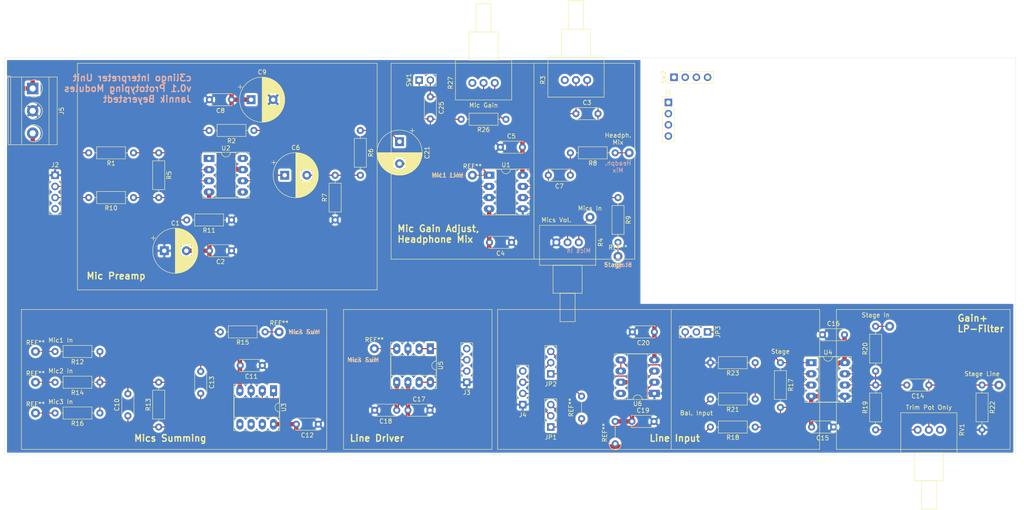
<source format=kicad_pcb>
(kicad_pcb (version 20171130) (host pcbnew "(5.1.7-0-10_14)")
  (layers (0 F.Cu signal) (31 B.Cu signal) (34 B.Paste user) (35 F.Paste user) (36 B.SilkS user) (37 F.SilkS user) (38 B.Mask user) (39 F.Mask user) (44 Edge.Cuts user))
  (net 0 "")
  (net 1 GNDREF)
  (net 2 -15V)
  (net 3 "Net-(C3-Pad2)")
  (net 4 "Net-(C3-Pad1)")
  (net 5 +15V)
  (net 6 "Net-(C6-Pad2)")
  (net 7 "Net-(C6-Pad1)")
  (net 8 "Net-(C7-Pad1)")
  (net 9 "Net-(C10-Pad2)")
  (net 10 "Net-(C10-Pad1)")
  (net 11 "Net-(C13-Pad1)")
  (net 12 Stage)
  (net 13 "Net-(C14-Pad2)")
  (net 14 "Net-(C21-Pad1)")
  (net 15 "Net-(C21-Pad2)")
  (net 16 Mic1)
  (net 17 "Net-(J2-Pad3)")
  (net 18 "Net-(J2-Pad2)")
  (net 19 "Net-(J3-Pad2)")
  (net 20 "Net-(J3-Pad3)")
  (net 21 "Net-(J4-Pad3)")
  (net 22 "Net-(J4-Pad2)")
  (net 23 "Net-(JP1-Pad3)")
  (net 24 "Net-(JP1-Pad1)")
  (net 25 "Net-(JP2-Pad1)")
  (net 26 "Net-(JP2-Pad3)")
  (net 27 "Net-(JP3-Pad1)")
  (net 28 "Net-(JP3-Pad2)")
  (net 29 "Net-(JP3-Pad3)")
  (net 30 "Net-(R1-Pad1)")
  (net 31 MicSum)
  (net 32 "Net-(R10-Pad1)")
  (net 33 "Net-(R17-Pad2)")
  (net 34 "Net-(R19-Pad1)")
  (net 35 "Net-(R21-Pad1)")
  (net 36 "Net-(R26-Pad1)")
  (module TestPoint:TestPoint_THTPad_D2.0mm_Drill1.0mm (layer F.Cu) (at 219.71 74.295)
    (fp_text reference REF** hide)
    (fp_text value TestPoint_THTPad_D2.0mm_Drill1.0mm hide)
    (pad 1 thru_hole circle (at 0 0) (size 2 2) (drill 1) (layers *.Cu *.Mask) (net 28 "Net-(JP3-Pad2)"))
  )
  (module Resistor_THT:R_Axial_DIN0207_L6.3mm_D2.5mm_P5.08mm_Vertical (layer F.Cu) (at 149.86 95.25 90)
    (fp_text reference REF** (at 2.54 -2.37 90) (layer F.SilkS))
    (fp_text value R_Axial_DIN0207_L6.3mm_D2.5mm_P5.08mm_Vertical hide)
    (pad 1 thru_hole circle (at 0 0 90) (size 1.6 1.6) (drill 0.8) (layers *.Cu *.Mask) (net 25 "Net-(JP2-Pad1)"))
    (pad 2 thru_hole oval (at 5.08 0 90) (size 1.6 1.6) (drill 0.8) (layers *.Cu *.Mask) (net 25 "Net-(JP2-Pad1)"))
  )
  (module Resistor_THT:R_Axial_DIN0207_L6.3mm_D2.5mm_P5.08mm_Vertical (layer F.Cu) (at 157.48 100.965 90)
    (fp_text reference REF** (at 2.54 -2.37 90) (layer F.SilkS))
    (fp_text value R_Axial_DIN0207_L6.3mm_D2.5mm_P5.08mm_Vertical hide)
    (pad 2 thru_hole oval (at 5.08 0 90) (size 1.6 1.6) (drill 0.8) (layers *.Cu *.Mask) (net 5 +15V))
    (pad 1 thru_hole circle (at 0 0 90) (size 1.6 1.6) (drill 0.8) (layers *.Cu *.Mask) (net 5 +15V))
  )
  (module TestPoint:TestPoint_THTPad_D2.0mm_Drill1.0mm (layer F.Cu) (at 102.87 79.375)
    (fp_text reference REF** (at 0 -1.998) (layer F.SilkS))
    (fp_text value "")
    (pad 1 thru_hole circle (at 0 0) (size 2 2) (drill 1) (layers *.Cu *.Mask) (net 31 MicSum))
  )
  (module TestPoint:TestPoint_THTPad_D2.0mm_Drill1.0mm (layer F.Cu) (at 81.28 75.565)
    (fp_text reference REF** (at 0 -1.998) (layer F.SilkS))
    (fp_text value "")
    (pad 1 thru_hole circle (at 0 0) (size 2 2) (drill 1) (layers *.Cu *.Mask) (net 31 MicSum))
  )
  (module TestPoint:TestPoint_THTPad_D2.0mm_Drill1.0mm (layer F.Cu) (at 160.655 34.925)
    (fp_text reference "" (at 0 -1.998) (layer F.SilkS))
    (fp_text value "")
    (pad 1 thru_hole circle (at 0 0) (size 2 2) (drill 1) (layers *.Cu *.Mask))
  )
  (module TestPoint:TestPoint_THTPad_D2.0mm_Drill1.0mm (layer F.Cu) (at 151.765 49.53)
    (fp_text reference "Mics In" (at 0 -1.998) (layer F.SilkS))
    (fp_text value "")
    (pad 1 thru_hole circle (at 0 0) (size 2 2) (drill 1) (layers *.Cu *.Mask) (net 31 MicSum))
  )
  (module TestPoint:TestPoint_THTPad_D2.0mm_Drill1.0mm (layer F.Cu) (at 125.095 40.005)
    (fp_text reference REF** (at 0 -1.998) (layer F.SilkS))
    (fp_text value TestPoint_THTPad_D2.0mm_Drill1.0mm)
    (pad 1 thru_hole circle (at 0 0) (size 2 2) (drill 1) (layers *.Cu *.Mask) (net 16 Mic1))
  )
  (module TestPoint:TestPoint_THTPad_D2.0mm_Drill1.0mm (layer F.Cu) (at 158.115 58.42)
    (fp_text reference REF** (at 0 -1.998) (layer F.SilkS))
    (fp_text value "")
    (pad 1 thru_hole circle (at 0 0) (size 2 2) (drill 1) (layers *.Cu *.Mask) (net 12 Stage))
  )
  (module TestPoint:TestPoint_THTPad_D2.0mm_Drill1.0mm (layer F.Cu) (at 244.475 87.63)
    (fp_text reference REF** hide)
    (fp_text value TestPoint_THTPad_D2.0mm_Drill1.0mm hide)
    (pad 1 thru_hole circle (at 0 0) (size 2 2) (drill 1) (layers *.Cu *.Mask) (net 12 Stage))
  )
  (module TestPoint:TestPoint_THTPad_D2.0mm_Drill1.0mm (layer F.Cu) (at 26.035 93.98)
    (fp_text reference REF** (at 0 -1.998) (layer F.SilkS))
    (fp_text value "")
    (pad 1 thru_hole circle (at 0 0) (size 2 2) (drill 1) (layers *.Cu *.Mask))
  )
  (module TestPoint:TestPoint_THTPad_D2.0mm_Drill1.0mm (layer F.Cu) (at 26.035 80.01)
    (fp_text reference REF** (at 0 -1.998) (layer F.SilkS))
    (fp_text value "")
    (pad 1 thru_hole circle (at 0 0) (size 2 2) (drill 1) (layers *.Cu *.Mask) (net 16 Mic1))
  )
  (module TestPoint:TestPoint_THTPad_D2.0mm_Drill1.0mm (layer F.Cu) (at 26.035 86.995)
    (fp_text reference REF** (at 0 -1.998) (layer F.SilkS))
    (fp_text value "")
    (pad 1 thru_hole circle (at 0 0) (size 2 2) (drill 1) (layers *.Cu *.Mask))
  )
  (module Package_DIP:DIP-8_W7.62mm_Socket_LongPads (layer F.Cu) (at 80.01 88.9 270)
    (fp_text reference U3 (at 3.81 -2.33 90) (layer F.SilkS))
    (fp_text value LM833N)
    (pad 1 thru_hole rect (at 0 0 270) (size 2.4 1.6) (drill 0.8) (layers *.Cu *.Mask) (net 10 "Net-(C10-Pad1)"))
    (pad 5 thru_hole oval (at 7.62 7.62 270) (size 2.4 1.6) (drill 0.8) (layers *.Cu *.Mask))
    (pad 2 thru_hole oval (at 0 2.54 270) (size 2.4 1.6) (drill 0.8) (layers *.Cu *.Mask) (net 9 "Net-(C10-Pad2)"))
    (pad 6 thru_hole oval (at 7.62 5.08 270) (size 2.4 1.6) (drill 0.8) (layers *.Cu *.Mask))
    (pad 3 thru_hole oval (at 0 5.08 270) (size 2.4 1.6) (drill 0.8) (layers *.Cu *.Mask) (net 1 GNDREF))
    (pad 7 thru_hole oval (at 7.62 2.54 270) (size 2.4 1.6) (drill 0.8) (layers *.Cu *.Mask))
    (pad 4 thru_hole oval (at 0 7.62 270) (size 2.4 1.6) (drill 0.8) (layers *.Cu *.Mask) (net 2 -15V))
    (pad 8 thru_hole oval (at 7.62 0 270) (size 2.4 1.6) (drill 0.8) (layers *.Cu *.Mask) (net 5 +15V))
  )
  (module Capacitor_THT:CP_Radial_D10.0mm_P5.00mm (layer F.Cu) (at 55.245 57.15)
    (fp_text reference C1 (at 2.5 -6.25) (layer F.SilkS))
    (fp_text value 100uF)
    (pad 1 thru_hole rect (at 0 0) (size 2 2) (drill 1) (layers *.Cu *.Mask) (net 1 GNDREF))
    (pad 2 thru_hole circle (at 5 0) (size 2 2) (drill 1) (layers *.Cu *.Mask) (net 2 -15V))
  )
  (module Capacitor_THT:C_Disc_D5.0mm_W2.5mm_P5.00mm (layer F.Cu) (at 70.485 57.15 180)
    (fp_text reference C2 (at 2.5 -2.5) (layer F.SilkS))
    (fp_text value 100nF)
    (pad 2 thru_hole circle (at 5 0 180) (size 1.6 1.6) (drill 0.8) (layers *.Cu *.Mask) (net 2 -15V))
    (pad 1 thru_hole circle (at 0 0 180) (size 1.6 1.6) (drill 0.8) (layers *.Cu *.Mask) (net 1 GNDREF))
  )
  (module Capacitor_THT:C_Disc_D5.0mm_W2.5mm_P5.00mm (layer F.Cu) (at 148.59 26.035)
    (fp_text reference C3 (at 2.5 -2.5) (layer F.SilkS))
    (fp_text value 22pF)
    (pad 2 thru_hole circle (at 5 0) (size 1.6 1.6) (drill 0.8) (layers *.Cu *.Mask) (net 3 "Net-(C3-Pad2)"))
    (pad 1 thru_hole circle (at 0 0) (size 1.6 1.6) (drill 0.8) (layers *.Cu *.Mask) (net 4 "Net-(C3-Pad1)"))
  )
  (module Capacitor_THT:C_Disc_D5.0mm_W2.5mm_P5.00mm (layer F.Cu) (at 133.985 55.245 180)
    (fp_text reference C4 (at 2.5 -2.5) (layer F.SilkS))
    (fp_text value 100nF)
    (pad 2 thru_hole circle (at 5 0 180) (size 1.6 1.6) (drill 0.8) (layers *.Cu *.Mask) (net 2 -15V))
    (pad 1 thru_hole circle (at 0 0 180) (size 1.6 1.6) (drill 0.8) (layers *.Cu *.Mask) (net 1 GNDREF))
  )
  (module Capacitor_THT:C_Disc_D5.0mm_W2.5mm_P5.00mm (layer F.Cu) (at 131.445 33.655)
    (fp_text reference C5 (at 2.5 -2.5) (layer F.SilkS))
    (fp_text value 100nF)
    (pad 1 thru_hole circle (at 0 0) (size 1.6 1.6) (drill 0.8) (layers *.Cu *.Mask) (net 1 GNDREF))
    (pad 2 thru_hole circle (at 5 0) (size 1.6 1.6) (drill 0.8) (layers *.Cu *.Mask) (net 5 +15V))
  )
  (module Capacitor_THT:CP_Radial_D10.0mm_P5.00mm (layer F.Cu) (at 82.55 40.005)
    (fp_text reference C6 (at 2.5 -6.25) (layer F.SilkS))
    (fp_text value 10uF)
    (pad 2 thru_hole circle (at 5 0) (size 2 2) (drill 1) (layers *.Cu *.Mask) (net 6 "Net-(C6-Pad2)"))
    (pad 1 thru_hole rect (at 0 0) (size 2 2) (drill 1) (layers *.Cu *.Mask) (net 7 "Net-(C6-Pad1)"))
  )
  (module Capacitor_THT:C_Disc_D5.0mm_W2.5mm_P5.00mm (layer F.Cu) (at 147.32 40.005 180)
    (fp_text reference C7 (at 2.5 -2.5) (layer F.SilkS))
    (fp_text value 10nF)
    (pad 1 thru_hole circle (at 0 0 180) (size 1.6 1.6) (drill 0.8) (layers *.Cu *.Mask) (net 8 "Net-(C7-Pad1)"))
    (pad 2 thru_hole circle (at 5 0 180) (size 1.6 1.6) (drill 0.8) (layers *.Cu *.Mask) (net 4 "Net-(C3-Pad1)"))
  )
  (module Capacitor_THT:C_Disc_D5.0mm_W2.5mm_P5.00mm (layer F.Cu) (at 70.485 22.86 180)
    (fp_text reference C8 (at 2.5 -2.5) (layer F.SilkS))
    (fp_text value 100nF)
    (pad 1 thru_hole circle (at 0 0 180) (size 1.6 1.6) (drill 0.8) (layers *.Cu *.Mask) (net 5 +15V))
    (pad 2 thru_hole circle (at 5 0 180) (size 1.6 1.6) (drill 0.8) (layers *.Cu *.Mask) (net 1 GNDREF))
  )
  (module Capacitor_THT:CP_Radial_D10.0mm_P5.00mm (layer F.Cu) (at 74.93 22.86)
    (fp_text reference C9 (at 2.5 -6.25) (layer F.SilkS))
    (fp_text value 100uF)
    (pad 2 thru_hole circle (at 5 0) (size 2 2) (drill 1) (layers *.Cu *.Mask) (net 1 GNDREF))
    (pad 1 thru_hole rect (at 0 0) (size 2 2) (drill 1) (layers *.Cu *.Mask) (net 5 +15V))
  )
  (module Capacitor_THT:C_Disc_D5.0mm_W2.5mm_P5.00mm (layer F.Cu) (at 46.99 94.615 90)
    (fp_text reference C10 (at 2.5 -2.5 90) (layer F.SilkS))
    (fp_text value 22pF)
    (pad 2 thru_hole circle (at 5 0 90) (size 1.6 1.6) (drill 0.8) (layers *.Cu *.Mask) (net 9 "Net-(C10-Pad2)"))
    (pad 1 thru_hole circle (at 0 0 90) (size 1.6 1.6) (drill 0.8) (layers *.Cu *.Mask) (net 10 "Net-(C10-Pad1)"))
  )
  (module Capacitor_THT:C_Disc_D5.0mm_W2.5mm_P5.00mm (layer F.Cu) (at 77.47 83.185 180)
    (fp_text reference C11 (at 2.5 -2.5) (layer F.SilkS))
    (fp_text value 100nF)
    (pad 2 thru_hole circle (at 5 0 180) (size 1.6 1.6) (drill 0.8) (layers *.Cu *.Mask) (net 2 -15V))
    (pad 1 thru_hole circle (at 0 0 180) (size 1.6 1.6) (drill 0.8) (layers *.Cu *.Mask) (net 1 GNDREF))
  )
  (module Capacitor_THT:C_Disc_D5.0mm_W2.5mm_P5.00mm (layer F.Cu) (at 90.17 96.52 180)
    (fp_text reference C12 (at 2.5 -2.5) (layer F.SilkS))
    (fp_text value 100nF)
    (pad 2 thru_hole circle (at 5 0 180) (size 1.6 1.6) (drill 0.8) (layers *.Cu *.Mask) (net 5 +15V))
    (pad 1 thru_hole circle (at 0 0 180) (size 1.6 1.6) (drill 0.8) (layers *.Cu *.Mask) (net 1 GNDREF))
  )
  (module Capacitor_THT:C_Disc_D5.0mm_W2.5mm_P5.00mm (layer F.Cu) (at 63.5 84.535 270)
    (fp_text reference C13 (at 2.5 -2.5 90) (layer F.SilkS))
    (fp_text value 4.7pF)
    (pad 1 thru_hole circle (at 0 0 270) (size 1.6 1.6) (drill 0.8) (layers *.Cu *.Mask) (net 11 "Net-(C13-Pad1)"))
    (pad 2 thru_hole circle (at 5 0 270) (size 1.6 1.6) (drill 0.8) (layers *.Cu *.Mask) (net 10 "Net-(C10-Pad1)"))
  )
  (module Capacitor_THT:C_Disc_D5.0mm_W2.5mm_P5.00mm (layer F.Cu) (at 228.6 87.63 180)
    (fp_text reference C14 (at 2.5 -2.5) (layer F.SilkS))
    (fp_text value 47pF)
    (pad 1 thru_hole circle (at 0 0 180) (size 1.6 1.6) (drill 0.8) (layers *.Cu *.Mask) (net 12 Stage))
    (pad 2 thru_hole circle (at 5 0 180) (size 1.6 1.6) (drill 0.8) (layers *.Cu *.Mask) (net 13 "Net-(C14-Pad2)"))
  )
  (module Capacitor_THT:C_Disc_D5.0mm_W2.5mm_P5.00mm (layer F.Cu) (at 207.01 97.155 180)
    (fp_text reference C15 (at 2.5 -2.5) (layer F.SilkS))
    (fp_text value 100nF)
    (pad 2 thru_hole circle (at 5 0 180) (size 1.6 1.6) (drill 0.8) (layers *.Cu *.Mask) (net 2 -15V))
    (pad 1 thru_hole circle (at 0 0 180) (size 1.6 1.6) (drill 0.8) (layers *.Cu *.Mask) (net 1 GNDREF))
  )
  (module Capacitor_THT:C_Disc_D5.0mm_W2.5mm_P5.00mm (layer F.Cu) (at 204.47 76.2)
    (fp_text reference C16 (at 2.5 -2.5) (layer F.SilkS))
    (fp_text value 100nF)
    (pad 1 thru_hole circle (at 0 0) (size 1.6 1.6) (drill 0.8) (layers *.Cu *.Mask) (net 1 GNDREF))
    (pad 2 thru_hole circle (at 5 0) (size 1.6 1.6) (drill 0.8) (layers *.Cu *.Mask) (net 5 +15V))
  )
  (module Capacitor_THT:C_Disc_D5.0mm_W2.5mm_P5.00mm (layer F.Cu) (at 110.49 93.345)
    (fp_text reference C17 (at 2.5 -2.5) (layer F.SilkS))
    (fp_text value 1uF)
    (pad 1 thru_hole circle (at 0 0) (size 1.6 1.6) (drill 0.8) (layers *.Cu *.Mask) (net 5 +15V))
    (pad 2 thru_hole circle (at 5 0) (size 1.6 1.6) (drill 0.8) (layers *.Cu *.Mask) (net 1 GNDREF))
  )
  (module Capacitor_THT:C_Disc_D5.0mm_W2.5mm_P5.00mm (layer F.Cu) (at 107.95 93.345 180)
    (fp_text reference C18 (at 2.5 -2.5) (layer F.SilkS))
    (fp_text value 1uF)
    (pad 2 thru_hole circle (at 5 0 180) (size 1.6 1.6) (drill 0.8) (layers *.Cu *.Mask) (net 1 GNDREF))
    (pad 1 thru_hole circle (at 0 0 180) (size 1.6 1.6) (drill 0.8) (layers *.Cu *.Mask) (net 2 -15V))
  )
  (module Capacitor_THT:C_Disc_D5.0mm_W2.5mm_P5.00mm (layer F.Cu) (at 161.29 95.885)
    (fp_text reference C19 (at 2.5 -2.5) (layer F.SilkS))
    (fp_text value 1uF)
    (pad 2 thru_hole circle (at 5 0) (size 1.6 1.6) (drill 0.8) (layers *.Cu *.Mask) (net 1 GNDREF))
    (pad 1 thru_hole circle (at 0 0) (size 1.6 1.6) (drill 0.8) (layers *.Cu *.Mask) (net 5 +15V))
  )
  (module Capacitor_THT:C_Disc_D5.0mm_W2.5mm_P5.00mm (layer F.Cu) (at 166.37 75.565 180)
    (fp_text reference C20 (at 2.5 -2.5) (layer F.SilkS))
    (fp_text value 1uF)
    (pad 1 thru_hole circle (at 0 0 180) (size 1.6 1.6) (drill 0.8) (layers *.Cu *.Mask) (net 2 -15V))
    (pad 2 thru_hole circle (at 5 0 180) (size 1.6 1.6) (drill 0.8) (layers *.Cu *.Mask) (net 1 GNDREF))
  )
  (module Capacitor_THT:CP_Radial_D10.0mm_P5.00mm (layer F.Cu) (at 108.585 32.385 270)
    (fp_text reference C21 (at 2.5 -6.25 90) (layer F.SilkS))
    (fp_text value 10uF)
    (pad 1 thru_hole rect (at 0 0 270) (size 2 2) (drill 1) (layers *.Cu *.Mask) (net 14 "Net-(C21-Pad1)"))
    (pad 2 thru_hole circle (at 5 0 270) (size 2 2) (drill 1) (layers *.Cu *.Mask) (net 15 "Net-(C21-Pad2)"))
  )
  (module Capacitor_THT:C_Disc_D5.0mm_W2.5mm_P5.00mm (layer F.Cu) (at 115.57 22.225 270)
    (fp_text reference C25 (at 2.5 -2.5 90) (layer F.SilkS))
    (fp_text value 0.1uF)
    (pad 1 thru_hole circle (at 0 0 270) (size 1.6 1.6) (drill 0.8) (layers *.Cu *.Mask) (net 16 Mic1))
    (pad 2 thru_hole circle (at 5 0 270) (size 1.6 1.6) (drill 0.8) (layers *.Cu *.Mask) (net 15 "Net-(C21-Pad2)"))
  )
  (module TerminalBlock_MetzConnect:TerminalBlock_MetzConnect_Type073_RT02603HBLU_1x03_P5.08mm_Horizontal (layer F.Cu) (at 25.4 20.32 270)
    (fp_text reference J5 (at 5.08 -6.56 90) (layer F.SilkS))
    (fp_text value PowerSupply)
    (pad 1 thru_hole rect (at 0 0 270) (size 2.6 2.6) (drill 1.4) (layers *.Cu *.Mask) (net 5 +15V))
    (pad 2 thru_hole circle (at 5.08 0 270) (size 2.6 2.6) (drill 1.4) (layers *.Cu *.Mask) (net 1 GNDREF))
    (pad 3 thru_hole circle (at 10.16 0 270) (size 2.6 2.6) (drill 1.4) (layers *.Cu *.Mask) (net 2 -15V))
  )
  (module Connector_PinHeader_2.54mm:PinHeader_1x03_P2.54mm_Vertical (layer F.Cu) (at 142.875 97.155 180)
    (fp_text reference JP1 (at 0 -2.33) (layer F.SilkS))
    (fp_text value "Stage Hot")
    (pad 3 thru_hole oval (at 0 5.08 180) (size 1.7 1.7) (drill 1) (layers *.Cu *.Mask) (net 23 "Net-(JP1-Pad3)"))
    (pad 2 thru_hole oval (at 0 2.54 180) (size 1.7 1.7) (drill 1) (layers *.Cu *.Mask) (net 22 "Net-(J4-Pad2)"))
    (pad 1 thru_hole rect (at 0 0 180) (size 1.7 1.7) (drill 1) (layers *.Cu *.Mask) (net 24 "Net-(JP1-Pad1)"))
  )
  (module Connector_PinHeader_2.54mm:PinHeader_1x03_P2.54mm_Vertical (layer F.Cu) (at 142.875 85.09 180)
    (fp_text reference JP2 (at 0 -2.33) (layer F.SilkS))
    (fp_text value "Stage Cold")
    (pad 1 thru_hole rect (at 0 0 180) (size 1.7 1.7) (drill 1) (layers *.Cu *.Mask) (net 25 "Net-(JP2-Pad1)"))
    (pad 2 thru_hole oval (at 0 2.54 180) (size 1.7 1.7) (drill 1) (layers *.Cu *.Mask) (net 21 "Net-(J4-Pad3)"))
    (pad 3 thru_hole oval (at 0 5.08 180) (size 1.7 1.7) (drill 1) (layers *.Cu *.Mask) (net 26 "Net-(JP2-Pad3)"))
  )
  (module Connector_PinHeader_2.54mm:PinHeader_1x03_P2.54mm_Vertical (layer F.Cu) (at 178.435 75.565 270)
    (fp_text reference JP3 (at 0 -2.33 90) (layer F.SilkS))
    (fp_text value "Stage Out")
    (pad 1 thru_hole rect (at 0 0 270) (size 1.7 1.7) (drill 1) (layers *.Cu *.Mask) (net 27 "Net-(JP3-Pad1)"))
    (pad 2 thru_hole oval (at 0 2.54 270) (size 1.7 1.7) (drill 1) (layers *.Cu *.Mask) (net 28 "Net-(JP3-Pad2)"))
    (pad 3 thru_hole oval (at 0 5.08 270) (size 1.7 1.7) (drill 1) (layers *.Cu *.Mask) (net 29 "Net-(JP3-Pad3)"))
  )
  (module Resistor_THT:R_Axial_DIN0207_L6.3mm_D2.5mm_P10.16mm_Horizontal (layer F.Cu) (at 48.26 34.925 180)
    (fp_text reference R1 (at 5.08 -2.37) (layer F.SilkS))
    (fp_text value "1K 1%")
    (pad 2 thru_hole oval (at 10.16 0 180) (size 1.6 1.6) (drill 0.8) (layers *.Cu *.Mask) (net 18 "Net-(J2-Pad2)"))
    (pad 1 thru_hole circle (at 0 0 180) (size 1.6 1.6) (drill 0.8) (layers *.Cu *.Mask) (net 30 "Net-(R1-Pad1)"))
  )
  (module Resistor_THT:R_Axial_DIN0207_L6.3mm_D2.5mm_P10.16mm_Horizontal (layer F.Cu) (at 75.565 29.845 180)
    (fp_text reference R2 (at 5.08 -2.37) (layer F.SilkS))
    (fp_text value "330K 1%")
    (pad 2 thru_hole oval (at 10.16 0 180) (size 1.6 1.6) (drill 0.8) (layers *.Cu *.Mask) (net 30 "Net-(R1-Pad1)"))
    (pad 1 thru_hole circle (at 0 0 180) (size 1.6 1.6) (drill 0.8) (layers *.Cu *.Mask) (net 7 "Net-(C6-Pad1)"))
  )
  (module Potentiometer_THT:Potentiometer_Vishay_148-149_Single_Horizontal (layer F.Cu) (at 151.13 18.415 90)
    (fp_text reference R3 (at 0 -10.04 90) (layer F.SilkS))
    (fp_text value 22K)
    (pad 1 thru_hole circle (at 0 0 90) (size 1.8 1.8) (drill 1) (layers *.Cu *.Mask) (net 3 "Net-(C3-Pad2)"))
    (pad 2 thru_hole circle (at 0 -2.54 90) (size 1.8 1.8) (drill 1) (layers *.Cu *.Mask) (net 4 "Net-(C3-Pad1)"))
    (pad 3 thru_hole circle (at 0 -5.08 90) (size 1.8 1.8) (drill 1) (layers *.Cu *.Mask))
  )
  (module Potentiometer_THT:Potentiometer_Vishay_148-149_Single_Horizontal (layer F.Cu) (at 144.145 55.245 270)
    (fp_text reference R4 (at 0 -10.04 90) (layer F.SilkS))
    (fp_text value 22K)
    (pad 3 thru_hole circle (at 0 -5.08 270) (size 1.8 1.8) (drill 1) (layers *.Cu *.Mask) (net 31 MicSum))
    (pad 2 thru_hole circle (at 0 -2.54 270) (size 1.8 1.8) (drill 1) (layers *.Cu *.Mask) (net 3 "Net-(C3-Pad2)"))
    (pad 1 thru_hole circle (at 0 0 270) (size 1.8 1.8) (drill 1) (layers *.Cu *.Mask) (net 1 GNDREF))
  )
  (module Resistor_THT:R_Axial_DIN0207_L6.3mm_D2.5mm_P10.16mm_Horizontal (layer F.Cu) (at 53.975 34.925 270)
    (fp_text reference R5 (at 5.08 -2.37 90) (layer F.SilkS))
    (fp_text value "27K 1%")
    (pad 1 thru_hole circle (at 0 0 270) (size 1.6 1.6) (drill 0.8) (layers *.Cu *.Mask) (net 30 "Net-(R1-Pad1)"))
    (pad 2 thru_hole oval (at 10.16 0 270) (size 1.6 1.6) (drill 0.8) (layers *.Cu *.Mask) (net 32 "Net-(R10-Pad1)"))
  )
  (module Resistor_THT:R_Axial_DIN0207_L6.3mm_D2.5mm_P10.16mm_Horizontal (layer F.Cu) (at 99.695 29.845 270)
    (fp_text reference R6 (at 5.08 -2.37 90) (layer F.SilkS))
    (fp_text value 120R)
    (pad 1 thru_hole circle (at 0 0 270) (size 1.6 1.6) (drill 0.8) (layers *.Cu *.Mask) (net 14 "Net-(C21-Pad1)"))
    (pad 2 thru_hole oval (at 10.16 0 270) (size 1.6 1.6) (drill 0.8) (layers *.Cu *.Mask) (net 6 "Net-(C6-Pad2)"))
  )
  (module Resistor_THT:R_Axial_DIN0207_L6.3mm_D2.5mm_P10.16mm_Horizontal (layer F.Cu) (at 93.98 50.165 90)
    (fp_text reference R7 (at 5.08 -2.37 90) (layer F.SilkS))
    (fp_text value 5.6K)
    (pad 1 thru_hole circle (at 0 0 90) (size 1.6 1.6) (drill 0.8) (layers *.Cu *.Mask) (net 1 GNDREF))
    (pad 2 thru_hole oval (at 10.16 0 90) (size 1.6 1.6) (drill 0.8) (layers *.Cu *.Mask) (net 6 "Net-(C6-Pad2)"))
  )
  (module Resistor_THT:R_Axial_DIN0207_L6.3mm_D2.5mm_P10.16mm_Horizontal (layer F.Cu) (at 157.48 34.925 180)
    (fp_text reference R8 (at 5.08 -2.37) (layer F.SilkS))
    (fp_text value 47R)
    (pad 2 thru_hole oval (at 10.16 0 180) (size 1.6 1.6) (drill 0.8) (layers *.Cu *.Mask) (net 8 "Net-(C7-Pad1)"))
    (pad 1 thru_hole circle (at 0 0 180) (size 1.6 1.6) (drill 0.8) (layers *.Cu *.Mask))
  )
  (module Resistor_THT:R_Axial_DIN0207_L6.3mm_D2.5mm_P10.16mm_Horizontal (layer F.Cu) (at 158.115 45.085 270)
    (fp_text reference R9 (at 5.08 -2.37 90) (layer F.SilkS))
    (fp_text value 22K)
    (pad 2 thru_hole oval (at 10.16 0 270) (size 1.6 1.6) (drill 0.8) (layers *.Cu *.Mask) (net 12 Stage))
    (pad 1 thru_hole circle (at 0 0 270) (size 1.6 1.6) (drill 0.8) (layers *.Cu *.Mask) (net 3 "Net-(C3-Pad2)"))
  )
  (module Resistor_THT:R_Axial_DIN0207_L6.3mm_D2.5mm_P10.16mm_Horizontal (layer F.Cu) (at 48.26 45.085 180)
    (fp_text reference R10 (at 5.08 -2.37) (layer F.SilkS))
    (fp_text value "1K 1%")
    (pad 2 thru_hole oval (at 10.16 0 180) (size 1.6 1.6) (drill 0.8) (layers *.Cu *.Mask) (net 17 "Net-(J2-Pad3)"))
    (pad 1 thru_hole circle (at 0 0 180) (size 1.6 1.6) (drill 0.8) (layers *.Cu *.Mask) (net 32 "Net-(R10-Pad1)"))
  )
  (module Resistor_THT:R_Axial_DIN0207_L6.3mm_D2.5mm_P10.16mm_Horizontal (layer F.Cu) (at 70.485 50.165 180)
    (fp_text reference R11 (at 5.08 -2.37) (layer F.SilkS))
    (fp_text value "330K 1%")
    (pad 2 thru_hole oval (at 10.16 0 180) (size 1.6 1.6) (drill 0.8) (layers *.Cu *.Mask) (net 32 "Net-(R10-Pad1)"))
    (pad 1 thru_hole circle (at 0 0 180) (size 1.6 1.6) (drill 0.8) (layers *.Cu *.Mask) (net 1 GNDREF))
  )
  (module Resistor_THT:R_Axial_DIN0207_L6.3mm_D2.5mm_P10.16mm_Horizontal (layer F.Cu) (at 40.64 80.01 180)
    (fp_text reference R12 (at 5.08 -2.37) (layer F.SilkS))
    (fp_text value 22K)
    (pad 2 thru_hole oval (at 10.16 0 180) (size 1.6 1.6) (drill 0.8) (layers *.Cu *.Mask) (net 16 Mic1))
    (pad 1 thru_hole circle (at 0 0 180) (size 1.6 1.6) (drill 0.8) (layers *.Cu *.Mask) (net 9 "Net-(C10-Pad2)"))
  )
  (module Resistor_THT:R_Axial_DIN0207_L6.3mm_D2.5mm_P10.16mm_Horizontal (layer F.Cu) (at 53.975 97.155 90)
    (fp_text reference R13 (at 5.08 -2.37 90) (layer F.SilkS))
    (fp_text value 22K)
    (pad 1 thru_hole circle (at 0 0 90) (size 1.6 1.6) (drill 0.8) (layers *.Cu *.Mask) (net 10 "Net-(C10-Pad1)"))
    (pad 2 thru_hole oval (at 10.16 0 90) (size 1.6 1.6) (drill 0.8) (layers *.Cu *.Mask) (net 9 "Net-(C10-Pad2)"))
  )
  (module Resistor_THT:R_Axial_DIN0207_L6.3mm_D2.5mm_P10.16mm_Horizontal (layer F.Cu) (at 40.64 86.995 180)
    (fp_text reference R14 (at 5.08 -2.37) (layer F.SilkS))
    (fp_text value 22K)
    (pad 2 thru_hole oval (at 10.16 0 180) (size 1.6 1.6) (drill 0.8) (layers *.Cu *.Mask))
    (pad 1 thru_hole circle (at 0 0 180) (size 1.6 1.6) (drill 0.8) (layers *.Cu *.Mask) (net 9 "Net-(C10-Pad2)"))
  )
  (module Resistor_THT:R_Axial_DIN0207_L6.3mm_D2.5mm_P10.16mm_Horizontal (layer F.Cu) (at 78.105 75.565 180)
    (fp_text reference R15 (at 5.08 -2.37) (layer F.SilkS))
    (fp_text value 47R)
    (pad 2 thru_hole oval (at 10.16 0 180) (size 1.6 1.6) (drill 0.8) (layers *.Cu *.Mask) (net 11 "Net-(C13-Pad1)"))
    (pad 1 thru_hole circle (at 0 0 180) (size 1.6 1.6) (drill 0.8) (layers *.Cu *.Mask) (net 31 MicSum))
  )
  (module Resistor_THT:R_Axial_DIN0207_L6.3mm_D2.5mm_P10.16mm_Horizontal (layer F.Cu) (at 40.64 93.98 180)
    (fp_text reference R16 (at 5.08 -2.37) (layer F.SilkS))
    (fp_text value 22K)
    (pad 2 thru_hole oval (at 10.16 0 180) (size 1.6 1.6) (drill 0.8) (layers *.Cu *.Mask))
    (pad 1 thru_hole circle (at 0 0 180) (size 1.6 1.6) (drill 0.8) (layers *.Cu *.Mask) (net 9 "Net-(C10-Pad2)"))
  )
  (module Resistor_THT:R_Axial_DIN0207_L6.3mm_D2.5mm_P10.16mm_Horizontal (layer F.Cu) (at 194.945 82.55 270)
    (fp_text reference R17 (at 5.08 -2.37 90) (layer F.SilkS))
    (fp_text value R)
    (pad 2 thru_hole oval (at 10.16 0 270) (size 1.6 1.6) (drill 0.8) (layers *.Cu *.Mask) (net 33 "Net-(R17-Pad2)"))
    (pad 1 thru_hole circle (at 0 0 270) (size 1.6 1.6) (drill 0.8) (layers *.Cu *.Mask) (net 27 "Net-(JP3-Pad1)"))
  )
  (module Resistor_THT:R_Axial_DIN0207_L6.3mm_D2.5mm_P10.16mm_Horizontal (layer F.Cu) (at 189.23 97.155 180)
    (fp_text reference R18 (at 5.08 -2.37) (layer F.SilkS))
    (fp_text value R)
    (pad 2 thru_hole oval (at 10.16 0 180) (size 1.6 1.6) (drill 0.8) (layers *.Cu *.Mask) (net 24 "Net-(JP1-Pad1)"))
    (pad 1 thru_hole circle (at 0 0 180) (size 1.6 1.6) (drill 0.8) (layers *.Cu *.Mask) (net 33 "Net-(R17-Pad2)"))
  )
  (module Resistor_THT:R_Axial_DIN0207_L6.3mm_D2.5mm_P10.16mm_Horizontal (layer F.Cu) (at 216.535 97.79 90)
    (fp_text reference R19 (at 5.08 -2.37 90) (layer F.SilkS))
    (fp_text value 22K)
    (pad 2 thru_hole oval (at 10.16 0 90) (size 1.6 1.6) (drill 0.8) (layers *.Cu *.Mask) (net 13 "Net-(C14-Pad2)"))
    (pad 1 thru_hole circle (at 0 0 90) (size 1.6 1.6) (drill 0.8) (layers *.Cu *.Mask) (net 34 "Net-(R19-Pad1)"))
  )
  (module Resistor_THT:R_Axial_DIN0207_L6.3mm_D2.5mm_P10.16mm_Horizontal (layer F.Cu) (at 216.535 84.455 90)
    (fp_text reference R20 (at 5.08 -2.37 90) (layer F.SilkS))
    (fp_text value 47K)
    (pad 1 thru_hole circle (at 0 0 90) (size 1.6 1.6) (drill 0.8) (layers *.Cu *.Mask) (net 13 "Net-(C14-Pad2)"))
    (pad 2 thru_hole oval (at 10.16 0 90) (size 1.6 1.6) (drill 0.8) (layers *.Cu *.Mask) (net 28 "Net-(JP3-Pad2)"))
  )
  (module Resistor_THT:R_Axial_DIN0207_L6.3mm_D2.5mm_P10.16mm_Horizontal (layer F.Cu) (at 189.23 90.805 180)
    (fp_text reference R21 (at 5.08 -2.37) (layer F.SilkS))
    (fp_text value R)
    (pad 1 thru_hole circle (at 0 0 180) (size 1.6 1.6) (drill 0.8) (layers *.Cu *.Mask) (net 35 "Net-(R21-Pad1)"))
    (pad 2 thru_hole oval (at 10.16 0 180) (size 1.6 1.6) (drill 0.8) (layers *.Cu *.Mask) (net 25 "Net-(JP2-Pad1)"))
  )
  (module Resistor_THT:R_Axial_DIN0207_L6.3mm_D2.5mm_P10.16mm_Horizontal (layer F.Cu) (at 240.665 87.63 270)
    (fp_text reference R22 (at 5.08 -2.37 90) (layer F.SilkS))
    (fp_text value 22K)
    (pad 2 thru_hole oval (at 10.16 0 270) (size 1.6 1.6) (drill 0.8) (layers *.Cu *.Mask) (net 1 GNDREF))
    (pad 1 thru_hole circle (at 0 0 270) (size 1.6 1.6) (drill 0.8) (layers *.Cu *.Mask) (net 12 Stage))
  )
  (module Resistor_THT:R_Axial_DIN0207_L6.3mm_D2.5mm_P10.16mm_Horizontal (layer F.Cu) (at 189.23 82.55 180)
    (fp_text reference R23 (at 5.08 -2.37) (layer F.SilkS))
    (fp_text value R)
    (pad 1 thru_hole circle (at 0 0 180) (size 1.6 1.6) (drill 0.8) (layers *.Cu *.Mask) (net 35 "Net-(R21-Pad1)"))
    (pad 2 thru_hole oval (at 10.16 0 180) (size 1.6 1.6) (drill 0.8) (layers *.Cu *.Mask) (net 1 GNDREF))
  )
  (module Resistor_THT:R_Axial_DIN0207_L6.3mm_D2.5mm_P10.16mm_Horizontal (layer F.Cu) (at 132.715 27.305 180)
    (fp_text reference R26 (at 5.08 -2.37) (layer F.SilkS))
    (fp_text value 120R)
    (pad 1 thru_hole circle (at 0 0 180) (size 1.6 1.6) (drill 0.8) (layers *.Cu *.Mask) (net 36 "Net-(R26-Pad1)"))
    (pad 2 thru_hole oval (at 10.16 0 180) (size 1.6 1.6) (drill 0.8) (layers *.Cu *.Mask) (net 15 "Net-(C21-Pad2)"))
  )
  (module Potentiometer_THT:Potentiometer_Vishay_148-149_Single_Horizontal (layer F.Cu) (at 130.175 19.05 90)
    (fp_text reference R27 (at 0 -10.04 90) (layer F.SilkS))
    (fp_text value 25K)
    (pad 1 thru_hole circle (at 0 0 90) (size 1.8 1.8) (drill 1) (layers *.Cu *.Mask) (net 36 "Net-(R26-Pad1)"))
    (pad 2 thru_hole circle (at 0 -2.54 90) (size 1.8 1.8) (drill 1) (layers *.Cu *.Mask) (net 16 Mic1))
    (pad 3 thru_hole circle (at 0 -5.08 90) (size 1.8 1.8) (drill 1) (layers *.Cu *.Mask))
  )
  (module Potentiometer_THT:Potentiometer_Vishay_148-149_Single_Horizontal (layer F.Cu) (at 226.06 97.79 270)
    (fp_text reference RV1 (at 0 -10.04 90) (layer F.SilkS))
    (fp_text value 100K)
    (pad 3 thru_hole circle (at 0 -5.08 270) (size 1.8 1.8) (drill 1) (layers *.Cu *.Mask))
    (pad 2 thru_hole circle (at 0 -2.54 270) (size 1.8 1.8) (drill 1) (layers *.Cu *.Mask) (net 12 Stage))
    (pad 1 thru_hole circle (at 0 0 270) (size 1.8 1.8) (drill 1) (layers *.Cu *.Mask) (net 34 "Net-(R19-Pad1)"))
  )
  (module Connector_PinHeader_2.54mm:PinHeader_1x02_P2.54mm_Vertical (layer F.Cu) (at 113.03 18.415 90)
    (fp_text reference SW1 (at 0 -2.33 90) (layer F.SilkS))
    (fp_text value Mute_1)
    (pad 1 thru_hole rect (at 0 0 90) (size 1.7 1.7) (drill 1) (layers *.Cu *.Mask) (net 15 "Net-(C21-Pad2)"))
    (pad 2 thru_hole oval (at 0 2.54 90) (size 1.7 1.7) (drill 1) (layers *.Cu *.Mask) (net 16 Mic1))
  )
  (module Connector_PinHeader_2.54mm:PinHeader_1x04_P2.54mm_Vertical (layer F.Cu) (at 170.815 17.78 90)
    (fp_text reference SW2 (at 0 -2.33 90) (layer F.SilkS))
    (fp_text value OnAir_1)
    (pad 1 thru_hole rect (at 0 0 90) (size 1.7 1.7) (drill 1) (layers *.Cu *.Mask))
    (pad 2 thru_hole oval (at 0 2.54 90) (size 1.7 1.7) (drill 1) (layers *.Cu *.Mask))
    (pad 3 thru_hole oval (at 0 5.08 90) (size 1.7 1.7) (drill 1) (layers *.Cu *.Mask))
    (pad 4 thru_hole oval (at 0 7.62 90) (size 1.7 1.7) (drill 1) (layers *.Cu *.Mask))
  )
  (module Package_DIP:DIP-8_W7.62mm_Socket_LongPads (layer F.Cu) (at 128.905 40.005)
    (fp_text reference U1 (at 3.81 -2.33) (layer F.SilkS))
    (fp_text value LM833N)
    (pad 8 thru_hole oval (at 7.62 0) (size 2.4 1.6) (drill 0.8) (layers *.Cu *.Mask) (net 5 +15V))
    (pad 4 thru_hole oval (at 0 7.62) (size 2.4 1.6) (drill 0.8) (layers *.Cu *.Mask) (net 2 -15V))
    (pad 7 thru_hole oval (at 7.62 2.54) (size 2.4 1.6) (drill 0.8) (layers *.Cu *.Mask) (net 4 "Net-(C3-Pad1)"))
    (pad 3 thru_hole oval (at 0 5.08) (size 2.4 1.6) (drill 0.8) (layers *.Cu *.Mask) (net 1 GNDREF))
    (pad 6 thru_hole oval (at 7.62 5.08) (size 2.4 1.6) (drill 0.8) (layers *.Cu *.Mask) (net 3 "Net-(C3-Pad2)"))
    (pad 2 thru_hole oval (at 0 2.54) (size 2.4 1.6) (drill 0.8) (layers *.Cu *.Mask) (net 15 "Net-(C21-Pad2)"))
    (pad 5 thru_hole oval (at 7.62 7.62) (size 2.4 1.6) (drill 0.8) (layers *.Cu *.Mask) (net 1 GNDREF))
    (pad 1 thru_hole rect (at 0 0) (size 2.4 1.6) (drill 0.8) (layers *.Cu *.Mask) (net 16 Mic1))
  )
  (module Package_DIP:DIP-8_W7.62mm_Socket_LongPads (layer F.Cu) (at 65.405 36.195)
    (fp_text reference U2 (at 3.81 -2.33) (layer F.SilkS))
    (fp_text value NE5534)
    (pad 1 thru_hole rect (at 0 0) (size 2.4 1.6) (drill 0.8) (layers *.Cu *.Mask))
    (pad 5 thru_hole oval (at 7.62 7.62) (size 2.4 1.6) (drill 0.8) (layers *.Cu *.Mask))
    (pad 2 thru_hole oval (at 0 2.54) (size 2.4 1.6) (drill 0.8) (layers *.Cu *.Mask) (net 30 "Net-(R1-Pad1)"))
    (pad 6 thru_hole oval (at 7.62 5.08) (size 2.4 1.6) (drill 0.8) (layers *.Cu *.Mask) (net 7 "Net-(C6-Pad1)"))
    (pad 3 thru_hole oval (at 0 5.08) (size 2.4 1.6) (drill 0.8) (layers *.Cu *.Mask) (net 32 "Net-(R10-Pad1)"))
    (pad 7 thru_hole oval (at 7.62 2.54) (size 2.4 1.6) (drill 0.8) (layers *.Cu *.Mask) (net 5 +15V))
    (pad 4 thru_hole oval (at 0 7.62) (size 2.4 1.6) (drill 0.8) (layers *.Cu *.Mask) (net 2 -15V))
    (pad 8 thru_hole oval (at 7.62 0) (size 2.4 1.6) (drill 0.8) (layers *.Cu *.Mask))
  )
  (module Package_DIP:DIP-8_W7.62mm_Socket_LongPads (layer F.Cu) (at 201.93 82.55)
    (fp_text reference U4 (at 3.81 -2.33) (layer F.SilkS))
    (fp_text value LM833N)
    (pad 8 thru_hole oval (at 7.62 0) (size 2.4 1.6) (drill 0.8) (layers *.Cu *.Mask) (net 5 +15V))
    (pad 4 thru_hole oval (at 0 7.62) (size 2.4 1.6) (drill 0.8) (layers *.Cu *.Mask) (net 2 -15V))
    (pad 7 thru_hole oval (at 7.62 2.54) (size 2.4 1.6) (drill 0.8) (layers *.Cu *.Mask) (net 12 Stage))
    (pad 3 thru_hole oval (at 0 5.08) (size 2.4 1.6) (drill 0.8) (layers *.Cu *.Mask) (net 33 "Net-(R17-Pad2)"))
    (pad 6 thru_hole oval (at 7.62 5.08) (size 2.4 1.6) (drill 0.8) (layers *.Cu *.Mask) (net 13 "Net-(C14-Pad2)"))
    (pad 2 thru_hole oval (at 0 2.54) (size 2.4 1.6) (drill 0.8) (layers *.Cu *.Mask) (net 35 "Net-(R21-Pad1)"))
    (pad 5 thru_hole oval (at 7.62 7.62) (size 2.4 1.6) (drill 0.8) (layers *.Cu *.Mask) (net 1 GNDREF))
    (pad 1 thru_hole rect (at 0 0) (size 2.4 1.6) (drill 0.8) (layers *.Cu *.Mask) (net 27 "Net-(JP3-Pad1)"))
  )
  (module Package_DIP:DIP-8_W7.62mm_Socket_LongPads (layer F.Cu) (at 115.57 79.375 270)
    (fp_text reference U5 (at 3.81 -2.33 90) (layer F.SilkS))
    (fp_text value DRV134PA)
    (pad 1 thru_hole rect (at 0 0 270) (size 2.4 1.6) (drill 0.8) (layers *.Cu *.Mask) (net 20 "Net-(J3-Pad3)"))
    (pad 5 thru_hole oval (at 7.62 7.62 270) (size 2.4 1.6) (drill 0.8) (layers *.Cu *.Mask) (net 2 -15V))
    (pad 2 thru_hole oval (at 0 2.54 270) (size 2.4 1.6) (drill 0.8) (layers *.Cu *.Mask) (net 20 "Net-(J3-Pad3)"))
    (pad 6 thru_hole oval (at 7.62 5.08 270) (size 2.4 1.6) (drill 0.8) (layers *.Cu *.Mask) (net 5 +15V))
    (pad 3 thru_hole oval (at 0 5.08 270) (size 2.4 1.6) (drill 0.8) (layers *.Cu *.Mask) (net 1 GNDREF))
    (pad 7 thru_hole oval (at 7.62 2.54 270) (size 2.4 1.6) (drill 0.8) (layers *.Cu *.Mask) (net 19 "Net-(J3-Pad2)"))
    (pad 4 thru_hole oval (at 0 7.62 270) (size 2.4 1.6) (drill 0.8) (layers *.Cu *.Mask) (net 31 MicSum))
    (pad 8 thru_hole oval (at 7.62 0 270) (size 2.4 1.6) (drill 0.8) (layers *.Cu *.Mask) (net 19 "Net-(J3-Pad2)"))
  )
  (module Package_DIP:DIP-8_W7.62mm_Socket_LongPads (layer F.Cu) (at 166.37 89.535 180)
    (fp_text reference U6 (at 3.81 -2.33) (layer F.SilkS))
    (fp_text value INA134PA)
    (pad 1 thru_hole rect (at 0 0 180) (size 2.4 1.6) (drill 0.8) (layers *.Cu *.Mask) (net 1 GNDREF))
    (pad 5 thru_hole oval (at 7.62 7.62 180) (size 2.4 1.6) (drill 0.8) (layers *.Cu *.Mask) (net 29 "Net-(JP3-Pad3)"))
    (pad 2 thru_hole oval (at 0 2.54 180) (size 2.4 1.6) (drill 0.8) (layers *.Cu *.Mask) (net 23 "Net-(JP1-Pad3)"))
    (pad 6 thru_hole oval (at 7.62 5.08 180) (size 2.4 1.6) (drill 0.8) (layers *.Cu *.Mask) (net 29 "Net-(JP3-Pad3)"))
    (pad 3 thru_hole oval (at 0 5.08 180) (size 2.4 1.6) (drill 0.8) (layers *.Cu *.Mask) (net 26 "Net-(JP2-Pad3)"))
    (pad 7 thru_hole oval (at 7.62 2.54 180) (size 2.4 1.6) (drill 0.8) (layers *.Cu *.Mask) (net 5 +15V))
    (pad 4 thru_hole oval (at 0 7.62 180) (size 2.4 1.6) (drill 0.8) (layers *.Cu *.Mask) (net 2 -15V))
    (pad 8 thru_hole oval (at 7.62 0 180) (size 2.4 1.6) (drill 0.8) (layers *.Cu *.Mask))
  )
  (module Connector_PinHeader_2.54mm:PinHeader_1x04_P2.54mm_Vertical (layer F.Cu) (at 169.545 23.495)
    (fp_text reference J1 (at 0 -2.33) (layer F.SilkS))
    (fp_text value "Headphone 1")
    (pad 4 thru_hole oval (at 0 7.62) (size 1.7 1.7) (drill 1) (layers *.Cu *.Mask))
    (pad 3 thru_hole oval (at 0 5.08) (size 1.7 1.7) (drill 1) (layers *.Cu *.Mask))
    (pad 2 thru_hole oval (at 0 2.54) (size 1.7 1.7) (drill 1) (layers *.Cu *.Mask))
    (pad 1 thru_hole rect (at 0 0) (size 1.7 1.7) (drill 1) (layers *.Cu *.Mask))
  )
  (module Connector_PinHeader_2.54mm:PinHeader_1x04_P2.54mm_Vertical (layer F.Cu) (at 30.48 40.005)
    (fp_text reference J2 (at 0 -2.33) (layer F.SilkS))
    (fp_text value "Mic 1")
    (pad 1 thru_hole rect (at 0 0) (size 1.7 1.7) (drill 1) (layers *.Cu *.Mask) (net 1 GNDREF))
    (pad 2 thru_hole oval (at 0 2.54) (size 1.7 1.7) (drill 1) (layers *.Cu *.Mask) (net 18 "Net-(J2-Pad2)"))
    (pad 3 thru_hole oval (at 0 5.08) (size 1.7 1.7) (drill 1) (layers *.Cu *.Mask) (net 17 "Net-(J2-Pad3)"))
    (pad 4 thru_hole oval (at 0 7.62) (size 1.7 1.7) (drill 1) (layers *.Cu *.Mask))
  )
  (module Connector_PinHeader_2.54mm:PinHeader_1x04_P2.54mm_Vertical (layer F.Cu) (at 123.825 86.995 180)
    (fp_text reference J3 (at 0 -2.33) (layer F.SilkS))
    (fp_text value "Mix Line-Out")
    (pad 1 thru_hole rect (at 0 0 180) (size 1.7 1.7) (drill 1) (layers *.Cu *.Mask) (net 1 GNDREF))
    (pad 2 thru_hole oval (at 0 2.54 180) (size 1.7 1.7) (drill 1) (layers *.Cu *.Mask) (net 19 "Net-(J3-Pad2)"))
    (pad 3 thru_hole oval (at 0 5.08 180) (size 1.7 1.7) (drill 1) (layers *.Cu *.Mask) (net 20 "Net-(J3-Pad3)"))
    (pad 4 thru_hole oval (at 0 7.62 180) (size 1.7 1.7) (drill 1) (layers *.Cu *.Mask))
  )
  (module Connector_PinHeader_2.54mm:PinHeader_1x04_P2.54mm_Vertical (layer F.Cu) (at 136.525 92.075 180)
    (fp_text reference J4 (at 0 -2.33) (layer F.SilkS))
    (fp_text value "Stage Line-In")
    (pad 4 thru_hole oval (at 0 7.62 180) (size 1.7 1.7) (drill 1) (layers *.Cu *.Mask))
    (pad 3 thru_hole oval (at 0 5.08 180) (size 1.7 1.7) (drill 1) (layers *.Cu *.Mask) (net 21 "Net-(J4-Pad3)"))
    (pad 2 thru_hole oval (at 0 2.54 180) (size 1.7 1.7) (drill 1) (layers *.Cu *.Mask) (net 22 "Net-(J4-Pad2)"))
    (pad 1 thru_hole rect (at 0 0 180) (size 1.7 1.7) (drill 1) (layers *.Cu *.Mask) (net 1 GNDREF))
  )
  (gr_line (start 19.05 103.505) (end 19.05 13.335) (layer Edge.Cuts) (width 0.05))
  (gr_line (start 248.285 103.505) (end 19.05 103.505) (layer Edge.Cuts) (width 0.05))
  (gr_line (start 248.285 13.335) (end 248.285 103.505) (layer Edge.Cuts) (width 0.05))
  (gr_line (start 19.05 13.335) (end 248.285 13.335) (layer Edge.Cuts) (width 0.05))
  (gr_line (start 170.18 70.485) (end 170.18 102.235) (layer F.SilkS) (width 0.12))
  (gr_line (start 203.835 70.485) (end 130.81 70.485) (layer F.SilkS) (width 0.12))
  (gr_line (start 203.835 102.235) (end 203.835 70.485) (layer F.SilkS) (width 0.12))
  (gr_line (start 130.81 102.235) (end 203.835 102.235) (layer F.SilkS) (width 0.12))
  (gr_line (start 130.81 70.485) (end 130.81 102.235) (layer F.SilkS) (width 0.12))
  (gr_line (start 247.015 70.485) (end 207.645 70.485) (layer F.SilkS) (width 0.12))
  (gr_line (start 247.015 102.235) (end 247.015 70.485) (layer F.SilkS) (width 0.12))
  (gr_line (start 207.645 102.235) (end 247.015 102.235) (layer F.SilkS) (width 0.12))
  (gr_line (start 207.645 70.485) (end 207.645 102.235) (layer F.SilkS) (width 0.12))
  (gr_text "Line Driver" (at 97.155 99.695) (layer F.SilkS) (effects (font (size 1.5 1.5) (thickness 0.3)) (justify left)))
  (gr_line (start 129.54 70.485) (end 95.885 70.485) (layer F.SilkS) (width 0.12))
  (gr_line (start 129.54 102.235) (end 129.54 70.485) (layer F.SilkS) (width 0.12))
  (gr_line (start 95.885 102.235) (end 129.54 102.235) (layer F.SilkS) (width 0.12))
  (gr_line (start 95.885 70.485) (end 95.885 102.235) (layer F.SilkS) (width 0.12))
  (gr_line (start 92.075 70.485) (end 22.86 70.485) (layer F.SilkS) (width 0.12))
  (gr_line (start 92.075 102.235) (end 92.075 70.485) (layer F.SilkS) (width 0.12))
  (gr_line (start 22.86 102.235) (end 92.075 102.235) (layer F.SilkS) (width 0.12))
  (gr_line (start 22.86 70.485) (end 22.86 102.235) (layer F.SilkS) (width 0.12))
  (gr_text "Mic3 In" (at 31.75 91.44) (layer F.SilkS) (effects (font (size 1 1))))
  (gr_text "Mic2 In" (at 31.75 84.455) (layer F.SilkS) (effects (font (size 1 1))))
  (gr_text "Mic1 In" (at 31.75 77.47) (layer F.SilkS) (effects (font (size 1 1))))
  (gr_text Stage (at 194.945 80.01) (layer F.SilkS) (effects (font (size 1 1))))
  (gr_text "Bal. Input" (at 175.895 93.98) (layer F.SilkS) (effects (font (size 1 1))))
  (gr_text "Gain+\nLP-Filter" (at 234.95 73.66) (layer F.SilkS) (effects (font (size 1.5 1.5) (thickness 0.3)) (justify left)))
  (gr_text "Trim Pot Only" (at 228.6 92.71) (layer F.SilkS) (effects (font (size 1 1))))
  (gr_text "Stage In" (at 216.535 71.755) (layer F.SilkS) (effects (font (size 1 1))))
  (gr_text "Stage Line" (at 240.665 85.09) (layer F.SilkS) (effects (font (size 1 1))))
  (gr_text "Mics Sum" (at 100.33 81.915) (layer B.SilkS) (effects (font (size 1 1)) (justify mirror)))
  (gr_text "Mics Sum" (at 100.33 81.915) (layer F.SilkS) (effects (font (size 1 1))))
  (gr_text "Mics Sum" (at 86.995 75.565) (layer B.SilkS) (effects (font (size 1 1)) (justify mirror)))
  (gr_text "Mics Sum" (at 86.995 75.565) (layer F.SilkS) (effects (font (size 1 1))))
  (gr_text "Mic1 Line" (at 123.19 40.005) (layer F.SilkS) (effects (font (size 1 1)) (justify right)))
  (gr_text "Mic1 Line" (at 123.19 40.005) (layer B.SilkS) (effects (font (size 1 1)) (justify left mirror)))
  (gr_line (start 139.065 14.605) (end 139.065 59.055) (layer F.SilkS) (width 0.12))
  (gr_text "Mic Gain" (at 127.635 24.13) (layer F.SilkS) (effects (font (size 1 1))))
  (gr_text "Headph.\nMix" (at 158.115 38.1) (layer B.SilkS) (effects (font (size 1 1)) (justify mirror)))
  (gr_text "Mics In" (at 149.225 57.15) (layer B.SilkS) (effects (font (size 1 1)) (justify mirror)))
  (gr_text "Stage In" (at 158.115 60.325) (layer B.SilkS) (effects (font (size 1 1)) (justify mirror)))
  (gr_text "Headph.\nMix" (at 158.115 31.75) (layer F.SilkS) (effects (font (size 1 1))))
  (gr_text "Mics Vol." (at 144.145 50.165) (layer F.SilkS) (effects (font (size 1 1))))
  (gr_text "Stage In" (at 158.115 60.325) (layer F.SilkS) (effects (font (size 1 1))))
  (gr_line (start 161.925 59.055) (end 161.925 14.605) (layer F.SilkS) (width 0.12))
  (gr_line (start 161.925 14.605) (end 106.68 14.605) (layer F.SilkS) (width 0.12))
  (gr_line (start 106.68 59.055) (end 161.925 59.055) (layer F.SilkS) (width 0.12))
  (gr_line (start 106.68 14.605) (end 106.68 59.055) (layer F.SilkS) (width 0.12))
  (gr_line (start 103.505 14.605) (end 35.56 14.605) (layer F.SilkS) (width 0.12))
  (gr_line (start 103.505 66.04) (end 103.505 14.605) (layer F.SilkS) (width 0.12))
  (gr_line (start 35.56 66.04) (end 103.505 66.04) (layer F.SilkS) (width 0.12))
  (gr_line (start 35.56 14.605) (end 35.56 66.04) (layer F.SilkS) (width 0.12))
  (gr_text "Mic Gain Adjust,\nHeadphone Mix" (at 107.95 53.34) (layer F.SilkS) (effects (font (size 1.5 1.5) (thickness 0.3)) (justify left)))
  (gr_text "Line Input" (at 165.1 99.695) (layer F.SilkS) (effects (font (size 1.5 1.5) (thickness 0.3)) (justify left)))
  (gr_text "c3lingo Interpreter Unit\nv0.1 Prototyping Modules\nJannik Beyerstedt" (at 61.595 20.32) (layer B.SilkS) (effects (font (size 1.5 1.5) (thickness 0.3)) (justify left mirror)))
  (gr_text "Mics Summing" (at 48.26 99.695) (layer F.SilkS) (effects (font (size 1.5 1.5) (thickness 0.3)) (justify left)))
  (gr_text "Mic Preamp" (at 37.465 62.865) (layer F.SilkS) (effects (font (size 1.5 1.5) (thickness 0.3)) (justify left)))
  (segment (start 26.035 86.995) (end 30.48 86.995) (width 0.25) (layer F.Cu) (net 0))
  (segment (start 26.035 93.98) (end 30.48 93.98) (width 0.25) (layer F.Cu) (net 0))
  (segment (start 157.48 34.925) (end 160.655 34.925) (width 0.25) (layer F.Cu) (net 0))
  (segment (start 65.405 53.895) (end 65.485 53.975) (width 1) (layer F.Cu) (net 2))
  (segment (start 65.485 53.975) (end 65.485 64.77) (width 1) (layer F.Cu) (net 2))
  (segment (start 25.4 36.195) (end 25.4 30.48) (width 1) (layer F.Cu) (net 2))
  (segment (start 65.405 54.53) (end 65.485 54.61) (width 1) (layer F.Cu) (net 2))
  (segment (start 65.405 43.815) (end 65.405 54.53) (width 1) (layer F.Cu) (net 2))
  (segment (start 72.39 83.265) (end 72.47 83.185) (width 1) (layer F.Cu) (net 2))
  (segment (start 72.39 88.9) (end 72.39 83.265) (width 1) (layer F.Cu) (net 2))
  (segment (start 72.39 83.185) (end 72.39 71.2) (width 1) (layer F.Cu) (net 2))
  (segment (start 69.93 71.2) (end 69.85 71.12) (width 1) (layer F.Cu) (net 2))
  (segment (start 69.85 71.12) (end 71.12 71.12) (width 1) (layer F.Cu) (net 2))
  (segment (start 25.4 71.12) (end 69.85 71.12) (width 1) (layer F.Cu) (net 2))
  (segment (start 60.245 57.15) (end 65.485 57.15) (width 1) (layer F.Cu) (net 2))
  (segment (start 65.485 64.77) (end 25.4 64.77) (width 1) (layer F.Cu) (net 2))
  (segment (start 25.4 36.195) (end 25.4 64.77) (width 1) (layer F.Cu) (net 2))
  (segment (start 128.905 55.165) (end 128.985 55.245) (width 1) (layer F.Cu) (net 2))
  (segment (start 128.905 47.625) (end 128.905 55.165) (width 1) (layer F.Cu) (net 2))
  (segment (start 65.485 64.77) (end 128.905 64.77) (width 1) (layer F.Cu) (net 2))
  (segment (start 128.905 55.325) (end 128.985 55.245) (width 1) (layer F.Cu) (net 2))
  (segment (start 128.905 64.77) (end 128.905 55.325) (width 1) (layer F.Cu) (net 2))
  (segment (start 25.4 64.77) (end 25.4 71.12) (width 1) (layer F.Cu) (net 2))
  (segment (start 201.93 97.075) (end 202.01 97.155) (width 1) (layer F.Cu) (net 2))
  (segment (start 201.93 90.17) (end 201.93 97.075) (width 1) (layer F.Cu) (net 2))
  (segment (start 166.37 81.915) (end 166.37 76.835) (width 1) (layer F.Cu) (net 2))
  (segment (start 166.37 76.835) (end 166.37 75.565) (width 1) (layer F.Cu) (net 2))
  (segment (start 107.95 90.805) (end 99.695 90.805) (width 1) (layer F.Cu) (net 2))
  (segment (start 107.95 86.995) (end 107.95 90.805) (width 1) (layer F.Cu) (net 2))
  (segment (start 107.95 90.805) (end 107.95 93.345) (width 1) (layer F.Cu) (net 2))
  (segment (start 99.695 90.805) (end 99.695 71.12) (width 1) (layer F.Cu) (net 2))
  (segment (start 71.12 71.12) (end 99.695 71.12) (width 1) (layer F.Cu) (net 2))
  (segment (start 133.985 71.12) (end 99.695 71.12) (width 1) (layer F.Cu) (net 2))
  (segment (start 201.93 90.17) (end 203.835 90.17) (width 1) (layer F.Cu) (net 2))
  (segment (start 203.835 90.17) (end 204.47 89.535) (width 1) (layer F.Cu) (net 2))
  (segment (start 204.47 81.28) (end 201.295 78.105) (width 1) (layer F.Cu) (net 2))
  (segment (start 201.295 78.105) (end 201.295 71.12) (width 1) (layer F.Cu) (net 2))
  (segment (start 204.47 89.535) (end 204.47 81.28) (width 1) (layer F.Cu) (net 2))
  (segment (start 166.37 75.565) (end 166.37 71.12) (width 1) (layer F.Cu) (net 2))
  (segment (start 166.37 71.12) (end 133.985 71.12) (width 1) (layer F.Cu) (net 2))
  (segment (start 166.37 71.12) (end 201.295 71.12) (width 1) (layer F.Cu) (net 2))
  (segment (start 146.685 55.245) (end 146.685 45.085) (width 0.25) (layer F.Cu) (net 3))
  (segment (start 146.685 45.085) (end 136.525 45.085) (width 0.25) (layer F.Cu) (net 3))
  (segment (start 146.685 45.085) (end 158.115 45.085) (width 0.25) (layer F.Cu) (net 3))
  (segment (start 151.13 18.415) (end 151.13 21.59) (width 0.25) (layer F.Cu) (net 3))
  (segment (start 153.59 24.05) (end 153.59 26.035) (width 0.25) (layer F.Cu) (net 3))
  (segment (start 151.13 21.59) (end 153.59 24.05) (width 0.25) (layer F.Cu) (net 3))
  (segment (start 153.59 26.035) (end 153.59 45.005) (width 0.25) (layer F.Cu) (net 3))
  (segment (start 148.59 18.415) (end 148.59 26.035) (width 0.25) (layer F.Cu) (net 4))
  (segment (start 142.32 40.005) (end 142.32 41.83) (width 0.25) (layer F.Cu) (net 4))
  (segment (start 141.605 42.545) (end 136.525 42.545) (width 0.25) (layer F.Cu) (net 4))
  (segment (start 142.32 41.83) (end 141.605 42.545) (width 0.25) (layer F.Cu) (net 4))
  (segment (start 142.32 40.005) (end 142.32 26.59) (width 0.25) (layer F.Cu) (net 4))
  (segment (start 142.875 26.035) (end 148.59 26.035) (width 0.25) (layer F.Cu) (net 4))
  (segment (start 142.32 26.59) (end 142.875 26.035) (width 0.25) (layer F.Cu) (net 4))
  (segment (start 25.4 20.32) (end 25.4 15.875) (width 1) (layer F.Cu) (net 5))
  (segment (start 90.805 15.875) (end 135.89 15.875) (width 1) (layer F.Cu) (net 5))
  (segment (start 80.01 96.52) (end 85.17 96.52) (width 1) (layer F.Cu) (net 5))
  (segment (start 22.86 20.32) (end 20.955 22.225) (width 1) (layer F.Cu) (net 5))
  (segment (start 25.4 20.32) (end 22.86 20.32) (width 1) (layer F.Cu) (net 5))
  (segment (start 20.955 101.6) (end 82.55 101.6) (width 1) (layer F.Cu) (net 5))
  (segment (start 70.485 22.86) (end 74.93 22.86) (width 1) (layer F.Cu) (net 5))
  (segment (start 70.485 22.86) (end 70.485 15.875) (width 1) (layer F.Cu) (net 5))
  (segment (start 70.485 15.875) (end 90.805 15.875) (width 1) (layer F.Cu) (net 5))
  (segment (start 25.4 15.875) (end 70.485 15.875) (width 1) (layer F.Cu) (net 5))
  (segment (start 71.755 38.735) (end 73.025 38.735) (width 1) (layer F.Cu) (net 5))
  (segment (start 70.485 37.465) (end 71.755 38.735) (width 1) (layer F.Cu) (net 5))
  (segment (start 70.485 22.86) (end 70.485 37.465) (width 1) (layer F.Cu) (net 5))
  (segment (start 136.445 39.925) (end 136.525 40.005) (width 1) (layer F.Cu) (net 5))
  (segment (start 136.445 33.655) (end 136.445 39.925) (width 1) (layer F.Cu) (net 5))
  (segment (start 136.445 16.43) (end 135.89 15.875) (width 1) (layer F.Cu) (net 5))
  (segment (start 136.445 33.655) (end 136.445 16.43) (width 1) (layer F.Cu) (net 5))
  (segment (start 82.63 101.52) (end 82.55 101.6) (width 1) (layer F.Cu) (net 5))
  (segment (start 85.17 96.52) (end 85.17 101.52) (width 1) (layer F.Cu) (net 5))
  (segment (start 20.955 22.225) (end 20.955 101.6) (width 1) (layer F.Cu) (net 5))
  (segment (start 110.49 86.995) (end 110.49 93.345) (width 1) (layer F.Cu) (net 5))
  (segment (start 209.47 82.47) (end 209.55 82.55) (width 1) (layer F.Cu) (net 5))
  (segment (start 209.47 76.2) (end 209.47 82.47) (width 1) (layer F.Cu) (net 5))
  (segment (start 161.29 95.885) (end 161.29 87.63) (width 1) (layer F.Cu) (net 5))
  (segment (start 160.655 86.995) (end 158.75 86.995) (width 1) (layer F.Cu) (net 5))
  (segment (start 161.29 87.63) (end 160.655 86.995) (width 1) (layer F.Cu) (net 5))
  (segment (start 110.49 93.345) (end 110.49 101.6) (width 1) (layer F.Cu) (net 5))
  (segment (start 82.55 101.6) (end 110.49 101.6) (width 1) (layer F.Cu) (net 5))
  (segment (start 207.01 83.82) (end 208.28 82.55) (width 1) (layer F.Cu) (net 5))
  (segment (start 207.01 91.44) (end 207.01 83.82) (width 1) (layer F.Cu) (net 5))
  (segment (start 208.28 82.55) (end 209.55 82.55) (width 1) (layer F.Cu) (net 5))
  (segment (start 209.55 93.98) (end 207.01 91.44) (width 1) (layer F.Cu) (net 5))
  (segment (start 209.55 101.6) (end 209.55 93.98) (width 1) (layer F.Cu) (net 5))
  (segment (start 157.48 95.885) (end 161.29 95.885) (width 1) (layer F.Cu) (net 5))
  (segment (start 157.48 100.965) (end 157.48 101.6) (width 1) (layer F.Cu) (net 5))
  (segment (start 209.55 101.6) (end 156.845 101.6) (width 1) (layer F.Cu) (net 5))
  (segment (start 156.845 101.6) (end 157.48 101.6) (width 1) (layer F.Cu) (net 5))
  (segment (start 110.49 101.6) (end 156.845 101.6) (width 1) (layer F.Cu) (net 5))
  (segment (start 87.55 40.005) (end 93.98 40.005) (width 0.25) (layer F.Cu) (net 6))
  (segment (start 93.98 40.005) (end 99.695 40.005) (width 0.25) (layer F.Cu) (net 6))
  (segment (start 77.47 41.275) (end 73.025 41.275) (width 0.25) (layer F.Cu) (net 7))
  (segment (start 78.105 40.64) (end 77.47 41.275) (width 0.25) (layer F.Cu) (net 7))
  (segment (start 77.47 29.845) (end 78.105 30.48) (width 0.25) (layer F.Cu) (net 7))
  (segment (start 75.565 29.845) (end 77.47 29.845) (width 0.25) (layer F.Cu) (net 7))
  (segment (start 78.105 40.005) (end 82.55 40.005) (width 0.25) (layer F.Cu) (net 7))
  (segment (start 78.105 30.48) (end 78.105 40.005) (width 0.25) (layer F.Cu) (net 7))
  (segment (start 78.105 40.005) (end 78.105 40.64) (width 0.25) (layer F.Cu) (net 7))
  (segment (start 147.32 34.925) (end 147.32 40.005) (width 0.25) (layer F.Cu) (net 8))
  (segment (start 40.64 80.01) (end 40.64 86.995) (width 0.25) (layer F.Cu) (net 9))
  (segment (start 40.64 86.995) (end 40.64 93.98) (width 0.25) (layer F.Cu) (net 9))
  (segment (start 46.99 86.995) (end 53.975 86.995) (width 0.25) (layer F.Cu) (net 9))
  (segment (start 46.99 86.995) (end 46.99 89.615) (width 0.25) (layer F.Cu) (net 9))
  (segment (start 38.1 86.995) (end 46.99 86.995) (width 0.25) (layer F.Cu) (net 9))
  (segment (start 77.47 91.44) (end 77.47 88.9) (width 0.25) (layer F.Cu) (net 9))
  (segment (start 68.58 91.44) (end 77.47 91.44) (width 0.25) (layer F.Cu) (net 9))
  (segment (start 68.58 86.995) (end 68.58 91.44) (width 0.25) (layer F.Cu) (net 9))
  (segment (start 53.975 86.995) (end 68.58 86.995) (width 0.25) (layer F.Cu) (net 9))
  (segment (start 46.99 94.615) (end 46.99 97.155) (width 0.25) (layer F.Cu) (net 10))
  (segment (start 46.99 97.155) (end 53.975 97.155) (width 0.25) (layer F.Cu) (net 10))
  (segment (start 63.5 93.98) (end 63.5 97.155) (width 0.25) (layer F.Cu) (net 10))
  (segment (start 63.5 97.155) (end 53.975 97.155) (width 0.25) (layer F.Cu) (net 10))
  (segment (start 80.01 88.9) (end 80.01 92.71) (width 0.25) (layer F.Cu) (net 10))
  (segment (start 80.01 92.71) (end 63.5 92.71) (width 0.25) (layer F.Cu) (net 10))
  (segment (start 63.5 92.71) (end 63.5 89.535) (width 0.25) (layer F.Cu) (net 10))
  (segment (start 63.5 93.98) (end 63.5 92.71) (width 0.25) (layer F.Cu) (net 10))
  (segment (start 63.5 84.535) (end 63.5 76.2) (width 0.25) (layer F.Cu) (net 11))
  (segment (start 64.135 75.565) (end 67.945 75.565) (width 0.25) (layer F.Cu) (net 11))
  (segment (start 63.5 76.2) (end 64.135 75.565) (width 0.25) (layer F.Cu) (net 11))
  (segment (start 228.6 97.79) (end 228.6 87.63) (width 0.25) (layer F.Cu) (net 12))
  (segment (start 228.6 87.63) (end 240.665 87.63) (width 0.25) (layer F.Cu) (net 12))
  (segment (start 216.535 81.28) (end 225.425 81.28) (width 0.25) (layer F.Cu) (net 12))
  (segment (start 228.6 84.455) (end 228.6 87.63) (width 0.25) (layer F.Cu) (net 12))
  (segment (start 225.425 81.28) (end 228.6 84.455) (width 0.25) (layer F.Cu) (net 12))
  (segment (start 212.725 85.09) (end 216.535 81.28) (width 0.25) (layer F.Cu) (net 12))
  (segment (start 209.55 85.09) (end 212.725 85.09) (width 0.25) (layer F.Cu) (net 12))
  (segment (start 158.115 55.245) (end 158.115 58.42) (width 0.25) (layer F.Cu) (net 12))
  (segment (start 240.665 87.63) (end 244.475 87.63) (width 0.25) (layer F.Cu) (net 12))
  (segment (start 209.55 87.63) (end 216.535 87.63) (width 0.25) (layer F.Cu) (net 13))
  (segment (start 216.535 87.63) (end 223.6 87.63) (width 0.25) (layer F.Cu) (net 13))
  (segment (start 216.535 84.455) (end 216.535 87.63) (width 0.25) (layer F.Cu) (net 13))
  (segment (start 106.045 29.845) (end 108.585 32.385) (width 0.25) (layer F.Cu) (net 14))
  (segment (start 99.695 29.845) (end 106.045 29.845) (width 0.25) (layer F.Cu) (net 14))
  (segment (start 115.49 37.385) (end 115.57 37.465) (width 0.25) (layer F.Cu) (net 15))
  (segment (start 115.57 37.465) (end 115.57 41.91) (width 0.25) (layer F.Cu) (net 15))
  (segment (start 108.585 37.385) (end 115.49 37.385) (width 0.25) (layer F.Cu) (net 15))
  (segment (start 116.205 42.545) (end 115.57 41.91) (width 0.25) (layer F.Cu) (net 15))
  (segment (start 128.905 42.545) (end 116.205 42.545) (width 0.25) (layer F.Cu) (net 15))
  (segment (start 115.57 27.305) (end 115.57 27.225) (width 0.25) (layer F.Cu) (net 15))
  (segment (start 115.65 27.305) (end 115.57 27.225) (width 0.25) (layer F.Cu) (net 15))
  (segment (start 122.555 27.305) (end 115.65 27.305) (width 0.25) (layer F.Cu) (net 15))
  (segment (start 115.57 36.83) (end 115.57 37.465) (width 0.25) (layer F.Cu) (net 15))
  (segment (start 115.57 27.225) (end 115.57 36.83) (width 0.25) (layer F.Cu) (net 15))
  (segment (start 113.03 18.415) (end 113.03 26.67) (width 0.25) (layer F.Cu) (net 15))
  (segment (start 113.585 27.225) (end 113.03 26.67) (width 0.25) (layer F.Cu) (net 15))
  (segment (start 115.57 27.225) (end 113.585 27.225) (width 0.25) (layer F.Cu) (net 15))
  (segment (start 127.635 38.735) (end 128.905 40.005) (width 0.25) (layer F.Cu) (net 16))
  (segment (start 127.635 19.05) (end 127.635 38.735) (width 0.25) (layer F.Cu) (net 16))
  (segment (start 115.57 22.225) (end 115.57 18.415) (width 0.25) (layer F.Cu) (net 16))
  (segment (start 127.635 22.225) (end 127.635 22.86) (width 0.25) (layer F.Cu) (net 16))
  (segment (start 115.57 22.225) (end 127.635 22.225) (width 0.25) (layer F.Cu) (net 16))
  (segment (start 127.635 19.05) (end 127.635 22.225) (width 0.25) (layer F.Cu) (net 16))
  (segment (start 26.035 80.01) (end 30.48 80.01) (width 0.25) (layer F.Cu) (net 16))
  (segment (start 125.095 40.005) (end 128.905 40.005) (width 0.25) (layer F.Cu) (net 16))
  (segment (start 30.48 45.085) (end 38.1 45.085) (width 0.25) (layer F.Cu) (net 17))
  (segment (start 34.29 42.545) (end 30.48 42.545) (width 0.25) (layer F.Cu) (net 18))
  (segment (start 34.925 35.56) (end 34.925 41.91) (width 0.25) (layer F.Cu) (net 18))
  (segment (start 34.925 41.91) (end 34.29 42.545) (width 0.25) (layer F.Cu) (net 18))
  (segment (start 35.56 34.925) (end 34.925 35.56) (width 0.25) (layer F.Cu) (net 18))
  (segment (start 38.1 34.925) (end 35.56 34.925) (width 0.25) (layer F.Cu) (net 18))
  (segment (start 123.825 84.455) (end 121.285 84.455) (width 0.25) (layer F.Cu) (net 19))
  (segment (start 121.285 84.455) (end 118.745 86.995) (width 0.25) (layer F.Cu) (net 19))
  (segment (start 118.745 86.995) (end 115.57 86.995) (width 0.25) (layer F.Cu) (net 19))
  (segment (start 113.03 86.995) (end 115.57 86.995) (width 0.25) (layer F.Cu) (net 19))
  (segment (start 113.03 79.375) (end 115.57 79.375) (width 0.25) (layer F.Cu) (net 20))
  (segment (start 115.57 79.375) (end 118.745 79.375) (width 0.25) (layer F.Cu) (net 20))
  (segment (start 121.285 81.915) (end 123.825 81.915) (width 0.25) (layer F.Cu) (net 20))
  (segment (start 118.745 79.375) (end 121.285 81.915) (width 0.25) (layer F.Cu) (net 20))
  (segment (start 138.43 86.995) (end 142.875 82.55) (width 0.25) (layer F.Cu) (net 21))
  (segment (start 136.525 86.995) (end 138.43 86.995) (width 0.25) (layer F.Cu) (net 21))
  (segment (start 137.795 89.535) (end 142.875 94.615) (width 0.25) (layer F.Cu) (net 22))
  (segment (start 136.525 89.535) (end 137.795 89.535) (width 0.25) (layer F.Cu) (net 22))
  (segment (start 164.844999 88.520001) (end 166.37 86.995) (width 0.25) (layer F.Cu) (net 23))
  (segment (start 164.844999 93.995003) (end 164.844999 88.520001) (width 0.25) (layer F.Cu) (net 23))
  (segment (start 161.830001 97.010001) (end 164.844999 93.995003) (width 0.25) (layer F.Cu) (net 23))
  (segment (start 156.270003 97.010001) (end 161.830001 97.010001) (width 0.25) (layer F.Cu) (net 23))
  (segment (start 152.185001 92.924999) (end 156.270003 97.010001) (width 0.25) (layer F.Cu) (net 23))
  (segment (start 143.724999 92.924999) (end 152.185001 92.924999) (width 0.25) (layer F.Cu) (net 23))
  (segment (start 142.875 92.075) (end 143.724999 92.924999) (width 0.25) (layer F.Cu) (net 23))
  (segment (start 142.875 97.155) (end 145.415 97.155) (width 0.25) (layer F.Cu) (net 24))
  (segment (start 145.415 97.155) (end 147.32 99.06) (width 0.25) (layer F.Cu) (net 24))
  (segment (start 177.165 99.06) (end 179.07 97.155) (width 0.25) (layer F.Cu) (net 24))
  (segment (start 177.165 99.06) (end 147.32 99.06) (width 0.25) (layer F.Cu) (net 24))
  (segment (start 149.86 95.25) (end 149.86 97.97499) (width 0.25) (layer F.Cu) (net 25))
  (segment (start 142.875 85.09) (end 144.145 85.09) (width 0.25) (layer F.Cu) (net 25))
  (segment (start 171.45 98.425) (end 179.07 90.805) (width 0.25) (layer F.Cu) (net 25))
  (segment (start 149.86 97.97499) (end 149.86 98.425) (width 0.25) (layer F.Cu) (net 25))
  (segment (start 144.78 85.09) (end 144.145 85.09) (width 0.25) (layer F.Cu) (net 25))
  (segment (start 149.86 90.17) (end 144.78 85.09) (width 0.25) (layer F.Cu) (net 25))
  (segment (start 149.86 98.425) (end 171.45 98.425) (width 0.25) (layer F.Cu) (net 25))
  (segment (start 165.24499 85.58001) (end 166.37 84.455) (width 0.25) (layer F.Cu) (net 26))
  (segment (start 148.44501 85.58001) (end 165.24499 85.58001) (width 0.25) (layer F.Cu) (net 26))
  (segment (start 142.875 80.01) (end 148.44501 85.58001) (width 0.25) (layer F.Cu) (net 26))
  (segment (start 194.945 82.55) (end 201.93 82.55) (width 0.25) (layer F.Cu) (net 27))
  (segment (start 187.96 75.565) (end 194.945 82.55) (width 0.25) (layer F.Cu) (net 27))
  (segment (start 178.435 75.565) (end 187.96 75.565) (width 0.25) (layer F.Cu) (net 27))
  (segment (start 216.535 74.295) (end 219.71 74.295) (width 0.25) (layer F.Cu) (net 28))
  (segment (start 158.75 81.915) (end 158.75 84.455) (width 0.25) (layer F.Cu) (net 29))
  (segment (start 159.87501 83.04001) (end 158.75 81.915) (width 0.25) (layer F.Cu) (net 29))
  (segment (start 169.68999 83.04001) (end 159.87501 83.04001) (width 0.25) (layer F.Cu) (net 29))
  (segment (start 173.355 79.375) (end 169.68999 83.04001) (width 0.25) (layer F.Cu) (net 29))
  (segment (start 173.355 75.565) (end 173.355 79.375) (width 0.25) (layer F.Cu) (net 29))
  (segment (start 53.975 34.925) (end 58.42 34.925) (width 0.25) (layer F.Cu) (net 30))
  (segment (start 62.23 38.735) (end 65.405 38.735) (width 0.25) (layer F.Cu) (net 30))
  (segment (start 53.975 34.925) (end 48.26 34.925) (width 0.25) (layer F.Cu) (net 30))
  (segment (start 58.42 34.925) (end 58.42 30.48) (width 0.25) (layer F.Cu) (net 30))
  (segment (start 59.055 29.845) (end 65.405 29.845) (width 0.25) (layer F.Cu) (net 30))
  (segment (start 58.42 30.48) (end 59.055 29.845) (width 0.25) (layer F.Cu) (net 30))
  (segment (start 58.42 34.925) (end 58.42 38.1) (width 0.25) (layer F.Cu) (net 30))
  (segment (start 58.42 38.1) (end 59.055 38.735) (width 0.25) (layer F.Cu) (net 30))
  (segment (start 59.055 38.735) (end 62.23 38.735) (width 0.25) (layer F.Cu) (net 30))
  (segment (start 149.225 52.07) (end 151.765 49.53) (width 0.25) (layer F.Cu) (net 31))
  (segment (start 149.225 55.245) (end 149.225 52.07) (width 0.25) (layer F.Cu) (net 31))
  (segment (start 78.105 75.565) (end 81.28 75.565) (width 0.25) (layer F.Cu) (net 31))
  (segment (start 102.87 79.375) (end 107.95 79.375) (width 0.25) (layer F.Cu) (net 31))
  (segment (start 53.975 45.085) (end 48.26 45.085) (width 0.25) (layer F.Cu) (net 32))
  (segment (start 58.42 41.91) (end 58.42 45.085) (width 0.25) (layer F.Cu) (net 32))
  (segment (start 58.42 45.085) (end 53.975 45.085) (width 0.25) (layer F.Cu) (net 32))
  (segment (start 59.055 41.275) (end 58.42 41.91) (width 0.25) (layer F.Cu) (net 32))
  (segment (start 65.405 41.275) (end 59.055 41.275) (width 0.25) (layer F.Cu) (net 32))
  (segment (start 58.42 45.085) (end 58.42 49.53) (width 0.25) (layer F.Cu) (net 32))
  (segment (start 60.325 50.165) (end 59.055 50.165) (width 0.25) (layer F.Cu) (net 32))
  (segment (start 59.055 50.165) (end 58.42 49.53) (width 0.25) (layer F.Cu) (net 32))
  (segment (start 189.23 97.155) (end 193.675 97.155) (width 0.25) (layer F.Cu) (net 33))
  (segment (start 194.945 95.885) (end 194.945 92.71) (width 0.25) (layer F.Cu) (net 33))
  (segment (start 193.675 97.155) (end 194.945 95.885) (width 0.25) (layer F.Cu) (net 33))
  (segment (start 198.755 87.63) (end 201.93 87.63) (width 0.25) (layer F.Cu) (net 33))
  (segment (start 198.755 92.71) (end 198.755 87.63) (width 0.25) (layer F.Cu) (net 33))
  (segment (start 194.945 92.71) (end 198.755 92.71) (width 0.25) (layer F.Cu) (net 33))
  (segment (start 216.535 97.79) (end 226.06 97.79) (width 0.25) (layer F.Cu) (net 34))
  (segment (start 189.23 85.09) (end 201.93 85.09) (width 0.25) (layer F.Cu) (net 35))
  (segment (start 189.23 90.805) (end 189.23 85.09) (width 0.25) (layer F.Cu) (net 35))
  (segment (start 189.23 85.09) (end 189.23 82.55) (width 0.25) (layer F.Cu) (net 35))
  (segment (start 130.175 25.4) (end 132.08 27.305) (width 0.25) (layer F.Cu) (net 36))
  (segment (start 130.175 19.05) (end 130.175 25.4) (width 0.25) (layer F.Cu) (net 36))
  (zone (net 1) (net_name GNDREF) (layer B.Cu) (connect_pads (clearance 0.508)) (min_thickness 0.254) (fill yes (arc_segments 32) (thermal_gap 0.508) (thermal_bridge_width 0.508))
    (polygon (pts (xy 248.285 103.505) (xy 19.05 103.505) (xy 19.05 13.335) (xy 248.285 13.335)))
  )
  (zone (net 0) (net_name "") (layer B.Cu) (connect_pads (clearance 0.508)) (min_thickness 0.254)
    (keepout (tracks not_allowed) (vias not_allowed) (copperpour not_allowed))
    (fill (arc_segments 32) (thermal_gap 0.508) (thermal_bridge_width 0.508))
    (polygon (pts (xy 250.19 69.215) (xy 163.195 69.215) (xy 163.195 12.065) (xy 250.19 12.065)))
  )
)
</source>
